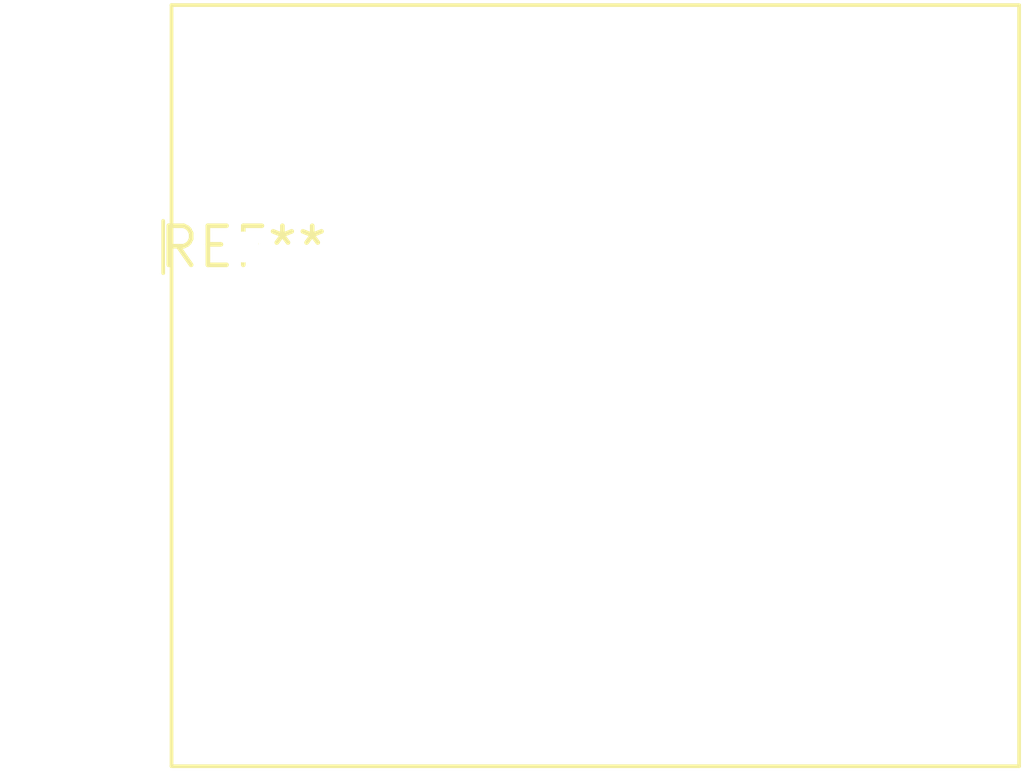
<source format=kicad_pcb>
(kicad_pcb (version 20240108) (generator pcbnew)
  (layers (0 "F.Cu" signal) (31 "B.Cu" signal) (34 "B.Paste" user) (35 "F.Paste" user) (36 "B.SilkS" user "B.Silkscreen") (37 "F.SilkS" user "F.Silkscreen") (38 "B.Mask" user) (39 "F.Mask" user) (44 "Edge.Cuts" user))
  (net 0 "")
  (footprint "Modtronix_inAir9" (layer "F.Cu") (at 0 0)
    (property "Reference" "REF**")
    (property "Value" "Modtronix_inAir9")
    (fp_line (start -2.6 -0.85) (end -2.6 0.85) (layer "F.SilkS") (stroke (width 0.12)))
    (fp_line (start -2.33 -7.86) (end 25.19 -7.86) (layer "F.SilkS") (stroke (width 0.12)))
    (fp_line (start -2.33 16.87) (end -2.33 -7.86) (layer "F.SilkS") (stroke (width 0.12)))
    (fp_line (start 25.19 -7.86) (end 25.19 16.87) (layer "F.SilkS") (stroke (width 0.12)))
    (fp_line (start 25.19 16.87) (end -2.33 16.87) (layer "F.SilkS") (stroke (width 0.12)))
    (pad "1" thru_hole rect (at 0 0) (size 1.7 1.7) (drill 1) (layers *.Cu *.Mask) (remove_unused_layers))
    (pad "2" thru_hole circle (at 0 2.54) (size 1.7 1.7) (drill 1) (layers *.Cu *.Mask) (remove_unused_layers))
    (pad "3" thru_hole circle (at 0 5.08) (size 1.7 1.7) (drill 1) (layers *.Cu *.Mask) (remove_unused_layers))
    (pad "4" thru_hole circle (at 0 7.62) (size 1.7 1.7) (drill 1) (layers *.Cu *.Mask) (remove_unused_layers))
    (pad "5" thru_hole circle (at 0 10.16) (size 1.7 1.7) (drill 1) (layers *.Cu *.Mask) (remove_unused_layers))
    (pad "6" thru_hole circle (at 0 12.7) (size 1.7 1.7) (drill 1) (layers *.Cu *.Mask) (remove_unused_layers))
    (pad "7" thru_hole circle (at 0 15.24) (size 1.7 1.7) (drill 1) (layers *.Cu *.Mask) (remove_unused_layers))
    (pad "8" thru_hole circle (at 22.86 15.24) (size 1.7 1.7) (drill 1) (layers *.Cu *.Mask) (remove_unused_layers))
    (pad "9" thru_hole circle (at 22.86 12.7) (size 1.7 1.7) (drill 1) (layers *.Cu *.Mask) (remove_unused_layers))
    (pad "10" thru_hole circle (at 22.86 10.16) (size 1.7 1.7) (drill 1) (layers *.Cu *.Mask) (remove_unused_layers))
    (pad "11" thru_hole circle (at 22.86 7.62) (size 1.7 1.7) (drill 1) (layers *.Cu *.Mask) (remove_unused_layers))
    (pad "12" thru_hole circle (at 22.86 5.08) (size 1.7 1.7) (drill 1) (layers *.Cu *.Mask) (remove_unused_layers))
    (pad "13" thru_hole circle (at 22.86 2.54) (size 1.7 1.7) (drill 1) (layers *.Cu *.Mask) (remove_unused_layers))
    (pad "14" thru_hole circle (at 22.86 0) (size 1.7 1.7) (drill 1) (layers *.Cu *.Mask) (remove_unused_layers))
  )
)
</source>
